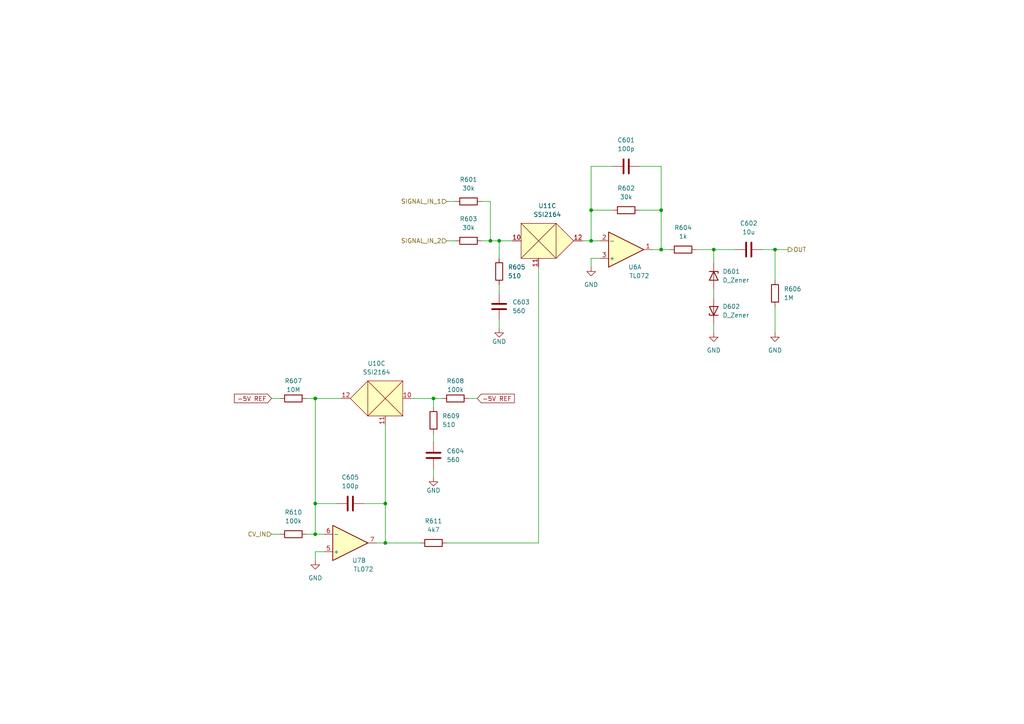
<source format=kicad_sch>
(kicad_sch (version 20211123) (generator eeschema)
  (paper "A4")
  (title_block (title "Josh Ox Ribbon Synth VCF/VCA board") (date "2022-06-16") (rev "0") (comment 1 "creativecommons.org/licenses/by/4.0/") (comment 2 "License: CC by 4.0") (comment 3 "Author: Jordan Aceto"))
  (lib_symbols
    (symbol "Amplifier_Operational:TL072" (pin_names (offset 0.127))
      (property "Reference" "U" (at 0 5.08 0))
      (property "Value" "TL072" (at 0 -5.08 0))
      (symbol "TL072_1_1"
        (polyline (pts (xy -5.08 5.08) (xy 5.08 0) (xy -5.08 -5.08) (xy -5.08 5.08)) (stroke (width 0.254)) (fill (type background)))
        (pin output line (at 7.62 0 180) (length 2.54) (name "~") (number "1"))
        (pin input line (at -7.62 -2.54 0) (length 2.54) (name "-") (number "2"))
        (pin input line (at -7.62 2.54 0) (length 2.54) (name "+") (number "3"))
      )
      (symbol "TL072_2_1"
        (polyline (pts (xy -5.08 5.08) (xy 5.08 0) (xy -5.08 -5.08) (xy -5.08 5.08)) (stroke (width 0.254)) (fill (type background)))
        (pin input line (at -7.62 2.54 0) (length 2.54) (name "+") (number "5"))
        (pin input line (at -7.62 -2.54 0) (length 2.54) (name "-") (number "6"))
        (pin output line (at 7.62 0 180) (length 2.54) (name "~") (number "7"))
      )
      (symbol "TL072_3_1"
        (pin power_in line (at -2.54 -7.62 90) (length 3.81) (name "V-") (number "4"))
        (pin power_in line (at -2.54 7.62 270) (length 3.81) (name "V+") (number "8"))
      )
    )
    (symbol "Device:C" (pin_numbers hide) (pin_names (offset 0.254))
      (property "Reference" "C" (at 0.635 2.54 0))
      (property "Value" "C" (at 0.635 -2.54 0))
      (symbol "C_0_1"
        (polyline (pts (xy -2.032 -0.762) (xy 2.032 -0.762)) (stroke (width 0.508)))
        (polyline (pts (xy -2.032 0.762) (xy 2.032 0.762)) (stroke (width 0.508)))
      )
      (symbol "C_1_1"
        (pin passive line (at 0 3.81 270) (length 2.794) (name "~") (number "1"))
        (pin passive line (at 0 -3.81 90) (length 2.794) (name "~") (number "2"))
      )
    )
    (symbol "Device:D_Zener" (pin_numbers hide) (pin_names (offset 1.016) hide)
      (property "Reference" "D" (at 0 2.54 0))
      (property "Value" "D_Zener" (at 0 -2.54 0))
      (symbol "D_Zener_0_1"
        (polyline (pts (xy 1.27 0) (xy -1.27 0)))
        (polyline (pts (xy -1.27 -1.27) (xy -1.27 1.27) (xy -0.762 1.27)) (stroke (width 0.254)))
        (polyline (pts (xy 1.27 -1.27) (xy 1.27 1.27) (xy -1.27 0) (xy 1.27 -1.27)) (stroke (width 0.254)))
      )
      (symbol "D_Zener_1_1"
        (pin passive line (at -3.81 0 0) (length 2.54) (name "K") (number "1"))
        (pin passive line (at 3.81 0 180) (length 2.54) (name "A") (number "2"))
      )
    )
    (symbol "Device:R" (pin_numbers hide) (pin_names (offset 0))
      (property "Reference" "R" (at 2.032 0 90))
      (property "Value" "R" (at 0 0 90))
      (symbol "R_0_1"
        (rectangle (start -1.016 -2.54) (end 1.016 2.54) (stroke (width 0.254)))
      )
      (symbol "R_1_1"
        (pin passive line (at 0 3.81 270) (length 1.27) (name "~") (number "1"))
        (pin passive line (at 0 -3.81 90) (length 1.27) (name "~") (number "2"))
      )
    )
    (symbol "custom_symbols:SSI2164" (pin_names (offset 1.016))
      (property "Reference" "U?" (at 0 10.16 0))
      (property "Value" "SSI2164" (at 0 7.62 0))
      (symbol "SSI2164_1_1"
        (rectangle (start -5.08 5.08) (end 5.08 -5.08) (fill (type background)))
        (polyline (pts (xy 5.08 5.08) (xy -5.08 -5.08)))
        (polyline (pts (xy 5.08 5.08) (xy 10.16 0) (xy 5.08 -5.08) (xy -5.08 5.08)) (fill (type background)))
        (pin input line (at -7.62 0 0) (length 2.54) (name "~") (number "2"))
        (pin input line (at 0 -7.62 90) (length 2.54) (name "~") (number "3"))
        (pin output line (at 12.7 0 180) (length 2.54) (name "~") (number "4"))
      )
      (symbol "SSI2164_2_1"
        (rectangle (start -5.08 5.08) (end 5.08 -5.08) (fill (type background)))
        (polyline (pts (xy 5.08 5.08) (xy -5.08 -5.08)))
        (polyline (pts (xy 5.08 5.08) (xy 10.16 0) (xy 5.08 -5.08) (xy -5.08 5.08)) (fill (type background)))
        (pin output line (at 12.7 0 180) (length 2.54) (name "~") (number "5"))
        (pin input line (at 0 -7.62 90) (length 2.54) (name "~") (number "6"))
        (pin input line (at -7.62 0 0) (length 2.54) (name "~") (number "7"))
      )
      (symbol "SSI2164_3_1"
        (rectangle (start -5.08 5.08) (end 5.08 -5.08) (fill (type background)))
        (polyline (pts (xy 5.08 5.08) (xy -5.08 -5.08)))
        (polyline (pts (xy 5.08 5.08) (xy 10.16 0) (xy 5.08 -5.08) (xy -5.08 5.08)) (fill (type background)))
        (pin input line (at -7.62 0 0) (length 2.54) (name "~") (number "10"))
        (pin input line (at 0 -7.62 90) (length 2.54) (name "~") (number "11"))
        (pin output line (at 12.7 0 180) (length 2.54) (name "~") (number "12"))
      )
      (symbol "SSI2164_4_1"
        (rectangle (start -5.08 5.08) (end 5.08 -5.08) (fill (type background)))
        (polyline (pts (xy 5.08 5.08) (xy -5.08 -5.08)))
        (polyline (pts (xy 5.08 5.08) (xy 10.16 0) (xy 5.08 -5.08) (xy -5.08 5.08)) (fill (type background)))
        (pin output line (at 12.7 0 180) (length 2.54) (name "~") (number "13"))
        (pin input line (at 0 -7.62 90) (length 2.54) (name "~") (number "14"))
        (pin input line (at -7.62 0 0) (length 2.54) (name "~") (number "15"))
      )
      (symbol "SSI2164_5_1"
        (pin input line (at 2.54 -10.16 180) (length 2.54) (name "mode") (number "1"))
        (pin power_in line (at 2.54 5.08 180) (length 2.54) (name "V+") (number "16"))
        (pin power_in line (at 2.54 0 180) (length 2.54) (name "gnd") (number "8"))
        (pin power_in line (at 2.54 -5.08 180) (length 2.54) (name "V-") (number "9"))
      )
    )
    (symbol "power:GND" (power) (pin_names (offset 0))
      (property "Value" "GND" (at 0 -3.81 0))
      (symbol "GND_0_1"
        (polyline (pts (xy 0 0) (xy 0 -1.27) (xy 1.27 -1.27) (xy 0 -2.54) (xy -1.27 -1.27) (xy 0 -1.27)))
      )
      (symbol "GND_1_1"
        (pin power_in line (at 0 0 270) (length 0) hide (name "GND") (number "1"))
      )
    )
  )
  (junction (at 171.45 69.85))
  (junction (at 111.76 146.05))
  (junction (at 207.01 72.39))
  (junction (at 191.77 72.39))
  (junction (at 144.78 69.85))
  (junction (at 91.44 146.05))
  (junction (at 171.45 60.96))
  (junction (at 125.73 115.57))
  (junction (at 91.44 154.94))
  (junction (at 224.79 72.39))
  (junction (at 111.76 157.48))
  (junction (at 142.24 69.85))
  (junction (at 91.44 115.57))
  (junction (at 191.77 60.96))
  (wire (pts (xy 91.44 146.05) (xy 91.44 115.57)))
  (wire (pts (xy 173.99 69.85) (xy 171.45 69.85)))
  (wire (pts (xy 171.45 69.85) (xy 171.45 60.96)))
  (wire (pts (xy 191.77 72.39) (xy 191.77 60.96)))
  (wire (pts (xy 91.44 162.56) (xy 91.44 160.02)))
  (wire (pts (xy 125.73 115.57) (xy 119.38 115.57)))
  (wire (pts (xy 91.44 160.02) (xy 93.98 160.02)))
  (wire (pts (xy 91.44 115.57) (xy 99.06 115.57)))
  (wire (pts (xy 91.44 154.94) (xy 91.44 146.05)))
  (wire (pts (xy 144.78 69.85) (xy 148.59 69.85)))
  (wire (pts (xy 207.01 72.39) (xy 213.36 72.39)))
  (wire (pts (xy 138.43 115.57) (xy 135.89 115.57)))
  (wire (pts (xy 125.73 135.89) (xy 125.73 138.43)))
  (wire (pts (xy 201.93 72.39) (xy 207.01 72.39)))
  (wire (pts (xy 156.21 77.47) (xy 156.21 157.48)))
  (wire (pts (xy 139.7 69.85) (xy 142.24 69.85)))
  (wire (pts (xy 171.45 77.47) (xy 171.45 74.93)))
  (wire (pts (xy 88.9 115.57) (xy 91.44 115.57)))
  (wire (pts (xy 224.79 72.39) (xy 228.6 72.39)))
  (wire (pts (xy 144.78 69.85) (xy 144.78 74.93)))
  (wire (pts (xy 144.78 92.71) (xy 144.78 95.25)))
  (wire (pts (xy 144.78 82.55) (xy 144.78 85.09)))
  (wire (pts (xy 156.21 157.48) (xy 129.54 157.48)))
  (wire (pts (xy 111.76 157.48) (xy 111.76 146.05)))
  (wire (pts (xy 91.44 146.05) (xy 97.79 146.05)))
  (wire (pts (xy 111.76 146.05) (xy 105.41 146.05)))
  (wire (pts (xy 171.45 48.26) (xy 171.45 60.96)))
  (wire (pts (xy 191.77 72.39) (xy 194.31 72.39)))
  (wire (pts (xy 139.7 58.42) (xy 142.24 58.42)))
  (wire (pts (xy 125.73 115.57) (xy 128.27 115.57)))
  (wire (pts (xy 177.8 48.26) (xy 171.45 48.26)))
  (wire (pts (xy 93.98 154.94) (xy 91.44 154.94)))
  (wire (pts (xy 224.79 72.39) (xy 224.79 81.28)))
  (wire (pts (xy 142.24 58.42) (xy 142.24 69.85)))
  (wire (pts (xy 224.79 88.9) (xy 224.79 96.52)))
  (wire (pts (xy 78.74 154.94) (xy 81.28 154.94)))
  (wire (pts (xy 78.74 115.57) (xy 81.28 115.57)))
  (wire (pts (xy 185.42 48.26) (xy 191.77 48.26)))
  (wire (pts (xy 111.76 123.19) (xy 111.76 146.05)))
  (wire (pts (xy 125.73 125.73) (xy 125.73 128.27)))
  (wire (pts (xy 125.73 118.11) (xy 125.73 115.57)))
  (wire (pts (xy 88.9 154.94) (xy 91.44 154.94)))
  (wire (pts (xy 220.98 72.39) (xy 224.79 72.39)))
  (wire (pts (xy 111.76 157.48) (xy 121.92 157.48)))
  (wire (pts (xy 207.01 93.98) (xy 207.01 96.52)))
  (wire (pts (xy 142.24 69.85) (xy 144.78 69.85)))
  (wire (pts (xy 191.77 48.26) (xy 191.77 60.96)))
  (wire (pts (xy 129.54 69.85) (xy 132.08 69.85)))
  (wire (pts (xy 171.45 74.93) (xy 173.99 74.93)))
  (wire (pts (xy 109.22 157.48) (xy 111.76 157.48)))
  (wire (pts (xy 171.45 60.96) (xy 177.8 60.96)))
  (wire (pts (xy 191.77 60.96) (xy 185.42 60.96)))
  (wire (pts (xy 189.23 72.39) (xy 191.77 72.39)))
  (wire (pts (xy 207.01 72.39) (xy 207.01 76.2)))
  (wire (pts (xy 168.91 69.85) (xy 171.45 69.85)))
  (wire (pts (xy 129.54 58.42) (xy 132.08 58.42)))
  (wire (pts (xy 207.01 83.82) (xy 207.01 86.36)))
  (global_label "-5V REF" (shape input) (at 138.43 115.57 0) (property "Intersheet References" "${INTERSHEET_REFS}" (effects hide)))
  (global_label "-5V REF" (shape input) (at 78.74 115.57 180) (property "Intersheet References" "${INTERSHEET_REFS}" (effects hide)))
  (hierarchical_label "SIGNAL_IN_1" (shape input) (at 129.54 58.42 180))
  (hierarchical_label "CV_IN" (shape input) (at 78.74 154.94 180))
  (hierarchical_label "OUT" (shape output) (at 228.6 72.39 0))
  (hierarchical_label "SIGNAL_IN_2" (shape input) (at 129.54 69.85 180))
  (symbol (lib_id "Device:R") (at 135.89 69.85 90) (unit 1)
    (property "Reference" "R603" (at 135.89 63.5 90))
    (property "Value" "30k" (at 135.89 66.04 90))
    (property "Footprint" "Resistor_SMD:R_0805_2012Metric" (effects hide))
  )
  (symbol (lib_id "Amplifier_Operational:TL072") (at 181.61 72.39 0) (mirror x) (unit 1)
    (property "Reference" "U6" (at 184.15 77.47 0))
    (property "Value" "TL072" (at 185.42 80.01 0))
    (property "Footprint" "Package_SO:SO-8_5.3x6.2mm_P1.27mm" (effects hide))
    (property "Datasheet" "http://www.ti.com/lit/ds/symlink/tl071.pdf" (effects hide))
  )
  (symbol (lib_id "Device:C") (at 125.73 132.08 0) (mirror y) (unit 1)
    (property "Reference" "C604" (at 129.54 130.8099 0) (effects (justify right)))
    (property "Value" "560" (at 129.54 133.3499 0) (effects (justify right)))
    (property "Footprint" "Capacitor_SMD:C_0805_2012Metric" (effects hide))
  )
  (symbol (lib_id "Device:R") (at 85.09 115.57 90) (unit 1)
    (property "Reference" "R607" (at 85.09 110.49 90))
    (property "Value" "10M" (at 85.09 113.03 90))
    (property "Footprint" "Resistor_SMD:R_0805_2012Metric" (effects hide))
  )
  (symbol (lib_id "power:GND") (at 224.79 96.52 0) (unit 1)
    (property "Reference" "#PWR0604" (effects hide))
    (property "Value" "GND" (at 224.79 101.6 0))
  )
  (symbol (lib_id "Device:C") (at 181.61 48.26 90) (unit 1)
    (property "Reference" "C601" (at 181.61 40.64 90))
    (property "Value" "100p" (at 181.61 43.18 90))
    (property "Footprint" "Capacitor_SMD:C_0805_2012Metric" (effects hide))
  )
  (symbol (lib_id "custom_symbols:SSI2164") (at 111.76 115.57 0) (mirror y) (unit 3)
    (property "Reference" "U10" (at 109.22 105.41 0))
    (property "Value" "SSI2164" (at 109.22 107.95 0))
    (property "Footprint" "Package_SO:SOIC-16_3.9x9.9mm_P1.27mm" (effects hide))
    (property "Datasheet" "https://www.soundsemiconductor.com/downloads/ssi2164datasheet.pdf" (effects hide))
  )
  (symbol (lib_id "Device:C") (at 101.6 146.05 90) (unit 1)
    (property "Reference" "C605" (at 101.6 138.43 90))
    (property "Value" "100p" (at 101.6 140.97 90))
    (property "Footprint" "Capacitor_SMD:C_0805_2012Metric" (effects hide))
  )
  (symbol (lib_id "Device:R") (at 144.78 78.74 0) (mirror y) (unit 1)
    (property "Reference" "R605" (at 147.32 77.4699 0) (effects (justify right)))
    (property "Value" "510" (at 147.32 80.0099 0) (effects (justify right)))
    (property "Footprint" "Resistor_SMD:R_0805_2012Metric" (effects hide))
  )
  (symbol (lib_id "power:GND") (at 207.01 96.52 0) (unit 1)
    (property "Reference" "#PWR0603" (effects hide))
    (property "Value" "GND" (at 207.01 101.6 0))
  )
  (symbol (lib_id "Device:R") (at 181.61 60.96 90) (unit 1)
    (property "Reference" "R602" (at 181.61 54.61 90))
    (property "Value" "30k" (at 181.61 57.15 90))
    (property "Footprint" "Resistor_SMD:R_0805_2012Metric" (effects hide))
  )
  (symbol (lib_id "Device:R") (at 125.73 121.92 0) (mirror y) (unit 1)
    (property "Reference" "R609" (at 128.27 120.6499 0) (effects (justify right)))
    (property "Value" "510" (at 128.27 123.1899 0) (effects (justify right)))
    (property "Footprint" "Resistor_SMD:R_0805_2012Metric" (effects hide))
  )
  (symbol (lib_id "power:GND") (at 171.45 77.47 0) (unit 1)
    (property "Reference" "#PWR0601" (effects hide))
    (property "Value" "GND" (at 171.45 82.55 0))
  )
  (symbol (lib_id "Device:R") (at 125.73 157.48 90) (unit 1)
    (property "Reference" "R611" (at 125.73 151.13 90))
    (property "Value" "4k7" (at 125.73 153.67 90))
    (property "Footprint" "Resistor_SMD:R_0805_2012Metric" (effects hide))
  )
  (symbol (lib_id "Device:R") (at 198.12 72.39 90) (unit 1)
    (property "Reference" "R604" (at 198.12 66.04 90))
    (property "Value" "1k" (at 198.12 68.58 90))
    (property "Footprint" "Resistor_SMD:R_0805_2012Metric" (effects hide))
  )
  (symbol (lib_id "power:GND") (at 144.78 95.25 0) (mirror y) (unit 1)
    (property "Reference" "#PWR0602" (effects hide))
    (property "Value" "~" (at 144.78 99.06 0))
  )
  (symbol (lib_id "Device:R") (at 224.79 85.09 0) (unit 1)
    (property "Reference" "R606" (at 227.33 83.8199 0) (effects (justify left)))
    (property "Value" "1M" (at 227.33 86.3599 0) (effects (justify left)))
    (property "Footprint" "Resistor_SMD:R_0805_2012Metric" (effects hide))
  )
  (symbol (lib_id "Device:R") (at 132.08 115.57 270) (mirror x) (unit 1)
    (property "Reference" "R608" (at 132.08 110.49 90))
    (property "Value" "100k" (at 132.08 113.03 90))
    (property "Footprint" "Resistor_SMD:R_0805_2012Metric" (effects hide))
  )
  (symbol (lib_id "Device:R") (at 85.09 154.94 90) (unit 1)
    (property "Reference" "R610" (at 85.09 148.59 90))
    (property "Value" "100k" (at 85.09 151.13 90))
    (property "Footprint" "Resistor_SMD:R_0805_2012Metric" (effects hide))
  )
  (symbol (lib_id "power:GND") (at 125.73 138.43 0) (mirror y) (unit 1)
    (property "Reference" "#PWR0605" (effects hide))
    (property "Value" "~" (at 125.73 142.24 0))
  )
  (symbol (lib_id "Device:C") (at 217.17 72.39 90) (unit 1)
    (property "Reference" "C602" (at 217.17 64.77 90))
    (property "Value" "10u" (at 217.17 67.31 90))
    (property "Footprint" "Capacitor_THT:C_Radial_D6.3mm_H5.0mm_P2.50mm" (effects hide))
  )
  (symbol (lib_id "Device:R") (at 135.89 58.42 90) (unit 1)
    (property "Reference" "R601" (at 135.89 52.07 90))
    (property "Value" "30k" (at 135.89 54.61 90))
    (property "Footprint" "Resistor_SMD:R_0805_2012Metric" (effects hide))
  )
  (symbol (lib_id "custom_symbols:SSI2164") (at 156.21 69.85 0) (unit 3)
    (property "Reference" "U11" (at 158.75 59.69 0))
    (property "Value" "SSI2164" (at 158.75 62.23 0))
    (property "Footprint" "Package_SO:SOIC-16_3.9x9.9mm_P1.27mm" (effects hide))
    (property "Datasheet" "https://www.soundsemiconductor.com/downloads/ssi2164datasheet.pdf" (effects hide))
  )
  (symbol (lib_id "Amplifier_Operational:TL072") (at 101.6 157.48 0) (mirror x) (unit 2)
    (property "Reference" "U7" (at 104.14 162.56 0))
    (property "Value" "TL072" (at 105.41 165.1 0))
    (property "Footprint" "Package_SO:SO-8_5.3x6.2mm_P1.27mm" (effects hide))
    (property "Datasheet" "http://www.ti.com/lit/ds/symlink/tl071.pdf" (effects hide))
  )
  (symbol (lib_id "Device:C") (at 144.78 88.9 0) (mirror y) (unit 1)
    (property "Reference" "C603" (at 148.59 87.6299 0) (effects (justify right)))
    (property "Value" "560" (at 148.59 90.1699 0) (effects (justify right)))
    (property "Footprint" "Capacitor_SMD:C_0805_2012Metric" (effects hide))
  )
  (symbol (lib_id "Device:D_Zener") (at 207.01 90.17 90) (unit 1)
    (property "Reference" "D602" (at 209.55 88.8999 90) (effects (justify right)))
    (property "Value" "D_Zener" (at 209.55 91.4399 90) (effects (justify right)))
    (property "Footprint" "Diode_SMD:D_SOD-123" (effects hide))
  )
  (symbol (lib_id "Device:D_Zener") (at 207.01 80.01 270) (unit 1)
    (property "Reference" "D601" (at 209.55 78.7399 90) (effects (justify left)))
    (property "Value" "D_Zener" (at 209.55 81.2799 90) (effects (justify left)))
    (property "Footprint" "Diode_SMD:D_SOD-123" (effects hide))
  )
  (symbol (lib_id "power:GND") (at 91.44 162.56 0) (unit 1)
    (property "Reference" "#PWR0606" (effects hide))
    (property "Value" "GND" (at 91.44 167.64 0))
  )
)
</source>
